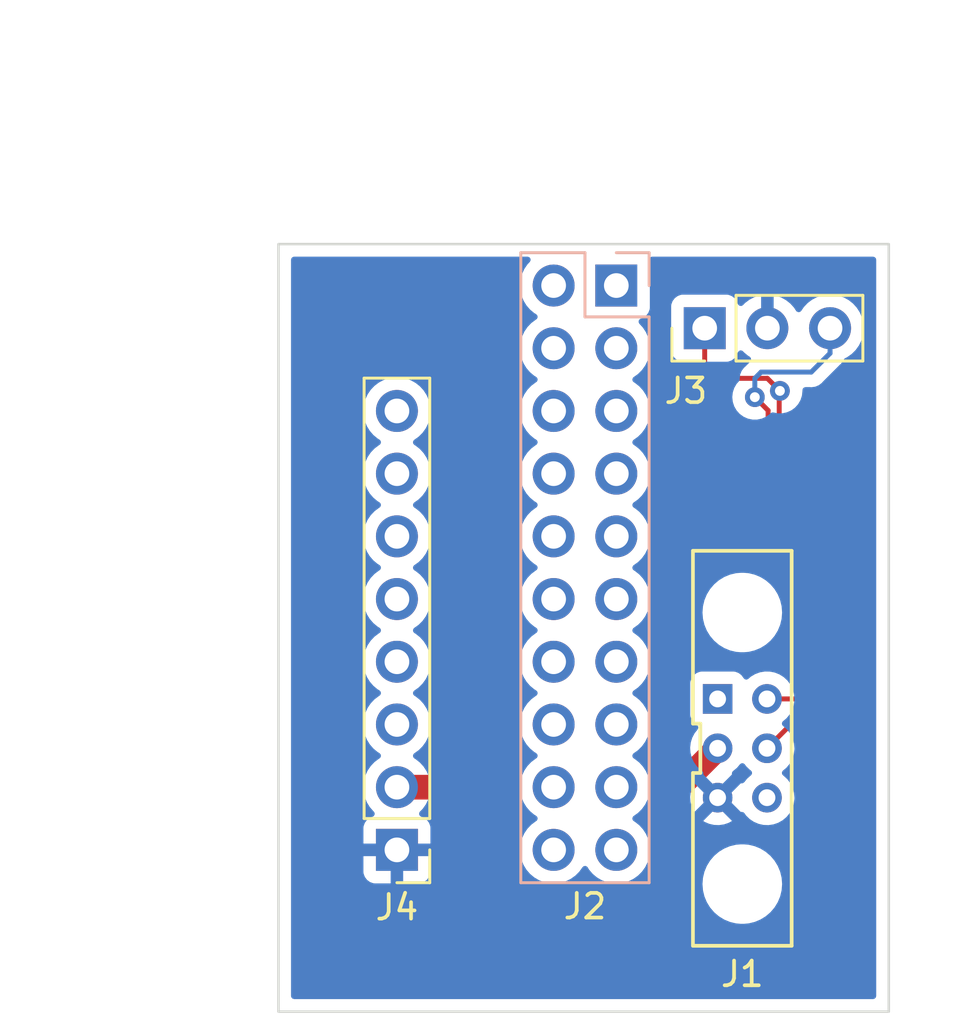
<source format=kicad_pcb>
(kicad_pcb (version 20211014) (generator pcbnew)
  (layers (0 "F.Cu" signal) (31 "B.Cu" signal) (34 "B.Paste" user) (35 "F.Paste" user) (36 "B.SilkS" user "B.Silkscreen") (37 "F.SilkS" user "F.Silkscreen") (38 "B.Mask" user) (39 "F.Mask" user) (44 "Edge.Cuts" user))
  (net 0 "")
  (net 21 "GND")
  (net 22 "+5V")
  (net 30 "/CAN_PAYLOAD-")
  (net 31 "/CAN_PAYLOAD+")
  (footprint "Connector_PinHeader_2.54mm:PinHeader_1x08_P2.54mm_Vertical" (layer "F.Cu") (at 117.0686 94.5388 180)
    (fp_text reference "J4" (at 0 -2.33) (layer "F.SilkS"))
    (fp_text value "Conn_01x08_Male")
    (fp_line (start -1.33 19.11) (end 1.33 19.11) (layer "F.SilkS") (width 0.12))
    (fp_line (start -1.33 0) (end -1.33 -1.33) (layer "F.SilkS") (width 0.12))
    (fp_line (start -1.33 -1.33) (end 0 -1.33) (layer "F.SilkS") (width 0.12))
    (fp_line (start -1.33 1.27) (end -1.33 19.11) (layer "F.SilkS") (width 0.12))
    (fp_line (start 1.33 1.27) (end 1.33 19.11) (layer "F.SilkS") (width 0.12))
    (fp_line (start -1.33 1.27) (end 1.33 1.27) (layer "F.SilkS") (width 0.12))
    (pad "1" thru_hole rect (at 0 0 180) (size 1.7 1.7) (drill 1) (layers *.Cu *.Mask) (net 21 "GND"))
    (pad "2" thru_hole oval (at 0 2.54 180) (size 1.7 1.7) (drill 1) (layers *.Cu *.Mask) (net 22 "+5V"))
    (pad "3" thru_hole oval (at 0 5.08 180) (size 1.7 1.7) (drill 1) (layers *.Cu *.Mask))
    (pad "4" thru_hole oval (at 0 7.62 180) (size 1.7 1.7) (drill 1) (layers *.Cu *.Mask))
    (pad "5" thru_hole oval (at 0 10.16 180) (size 1.7 1.7) (drill 1) (layers *.Cu *.Mask))
    (pad "6" thru_hole oval (at 0 12.7 180) (size 1.7 1.7) (drill 1) (layers *.Cu *.Mask))
    (pad "7" thru_hole oval (at 0 15.24 180) (size 1.7 1.7) (drill 1) (layers *.Cu *.Mask))
    (pad "8" thru_hole oval (at 0 17.78 180) (size 1.7 1.7) (drill 1) (layers *.Cu *.Mask))
  )
  (footprint "Connector_PinHeader_2.54mm:PinHeader_1x03_P2.54mm_Vertical" (layer "F.Cu") (at 129.54 73.406 90)
    (fp_text reference "J3" (at -2.54 -0.762 180) (layer "F.SilkS"))
    (fp_text value "Conn_01x03_Male")
    (fp_line (start -1.33 0) (end -1.33 -1.33) (layer "F.SilkS") (width 0.12))
    (fp_line (start -1.33 1.27) (end -1.33 6.41) (layer "F.SilkS") (width 0.12))
    (fp_line (start 1.33 1.27) (end 1.33 6.41) (layer "F.SilkS") (width 0.12))
    (fp_line (start -1.33 1.27) (end 1.33 1.27) (layer "F.SilkS") (width 0.12))
    (fp_line (start -1.33 -1.33) (end 0 -1.33) (layer "F.SilkS") (width 0.12))
    (fp_line (start -1.33 6.41) (end 1.33 6.41) (layer "F.SilkS") (width 0.12))
    (pad "1" thru_hole rect (at 0 0 90) (size 1.7 1.7) (drill 1) (layers *.Cu *.Mask) (net 30 "/CAN_PAYLOAD-"))
    (pad "2" thru_hole oval (at 0 2.54 90) (size 1.7 1.7) (drill 1) (layers *.Cu *.Mask) (net 21 "GND"))
    (pad "3" thru_hole oval (at 0 5.08 90) (size 1.7 1.7) (drill 1) (layers *.Cu *.Mask) (net 31 "/CAN_PAYLOAD+"))
  )
  (footprint "Dev_Board_Adpater:connector_Harwin_M80-5000642" (layer "F.Cu") (at 131.064 90.424 -90)
    (fp_text reference "J1" (at 9.144 0 180) (layer "F.SilkS"))
    (fp_text value "HARWIN_KALMAN")
    (fp_line (start -1 1.7) (end 1 1.7) (layer "F.SilkS") (width 0.15))
    (fp_line (start -1 2) (end -1 1.7) (layer "F.SilkS") (width 0.15))
    (fp_line (start -8 -2) (end -8 2) (layer "F.SilkS") (width 0.15))
    (fp_line (start 1 1.7) (end 1 2) (layer "F.SilkS") (width 0.15))
    (fp_line (start -8 2) (end -1 2) (layer "F.SilkS") (width 0.15))
    (fp_line (start 1 2) (end 8 2) (layer "F.SilkS") (width 0.15))
    (fp_line (start 8 -2) (end -8 -2) (layer "F.SilkS") (width 0.15))
    (fp_line (start 8 2) (end 8 -2) (layer "F.SilkS") (width 0.15))
    (pad "" np_thru_hole circle locked (at 5.5 0 270) (size 2.2 2.2) (drill 2.2) (layers *.Cu *.Mask))
    (pad "" np_thru_hole circle locked (at -5.5 0 270) (size 2.2 2.2) (drill 2.2) (layers *.Cu *.Mask))
    (pad "1" thru_hole rect locked (at -2 1 270) (size 1.2 1.2) (drill 0.68) (layers *.Cu *.Mask))
    (pad "2" thru_hole circle locked (at 0 1 270) (size 1.2 1.2) (drill 0.68) (layers *.Cu *.Mask) (net 22 "+5V"))
    (pad "3" thru_hole circle locked (at 2 1 270) (size 1.2 1.2) (drill 0.68) (layers *.Cu *.Mask) (net 21 "GND"))
    (pad "4" thru_hole circle locked (at -2 -1 270) (size 1.2 1.2) (drill 0.68) (layers *.Cu *.Mask) (net 31 "/CAN_PAYLOAD+"))
    (pad "5" thru_hole circle locked (at 0 -1 270) (size 1.2 1.2) (drill 0.68) (layers *.Cu *.Mask) (net 30 "/CAN_PAYLOAD-"))
    (pad "6" thru_hole circle locked (at 2 -1 270) (size 1.2 1.2) (drill 0.68) (layers *.Cu *.Mask))
  )
  (footprint "Connector_PinHeader_2.54mm:PinHeader_2x10_P2.54mm_Vertical" (layer "B.Cu") (at 125.9586 71.6788 180)
    (fp_text reference "J2" (at 1.27 -25.146) (layer "F.SilkS"))
    (fp_text value "Conn_02x10_Odd_Even")
    (fp_line (start -1.33 1.33) (end 0 1.33) (layer "B.SilkS") (width 0.12))
    (fp_line (start -1.33 0) (end -1.33 1.33) (layer "B.SilkS") (width 0.12))
    (fp_line (start 1.27 1.33) (end 3.87 1.33) (layer "B.SilkS") (width 0.12))
    (fp_line (start -1.33 -24.19) (end 3.87 -24.19) (layer "B.SilkS") (width 0.12))
    (fp_line (start -1.33 -1.27) (end 1.27 -1.27) (layer "B.SilkS") (width 0.12))
    (fp_line (start 3.87 1.33) (end 3.87 -24.19) (layer "B.SilkS") (width 0.12))
    (fp_line (start 1.27 -1.27) (end 1.27 1.33) (layer "B.SilkS") (width 0.12))
    (fp_line (start -1.33 -1.27) (end -1.33 -24.19) (layer "B.SilkS") (width 0.12))
    (pad "1" thru_hole rect (at 0 0 180) (size 1.7 1.7) (drill 1) (layers *.Cu *.Mask))
    (pad "2" thru_hole oval (at 2.54 0 180) (size 1.7 1.7) (drill 1) (layers *.Cu *.Mask))
    (pad "3" thru_hole oval (at 0 -2.54 180) (size 1.7 1.7) (drill 1) (layers *.Cu *.Mask))
    (pad "4" thru_hole oval (at 2.54 -2.54 180) (size 1.7 1.7) (drill 1) (layers *.Cu *.Mask))
    (pad "5" thru_hole oval (at 0 -5.08 180) (size 1.7 1.7) (drill 1) (layers *.Cu *.Mask))
    (pad "6" thru_hole oval (at 2.54 -5.08 180) (size 1.7 1.7) (drill 1) (layers *.Cu *.Mask))
    (pad "7" thru_hole oval (at 0 -7.62 180) (size 1.7 1.7) (drill 1) (layers *.Cu *.Mask))
    (pad "8" thru_hole oval (at 2.54 -7.62 180) (size 1.7 1.7) (drill 1) (layers *.Cu *.Mask))
    (pad "9" thru_hole oval (at 0 -10.16 180) (size 1.7 1.7) (drill 1) (layers *.Cu *.Mask))
    (pad "10" thru_hole oval (at 2.54 -10.16 180) (size 1.7 1.7) (drill 1) (layers *.Cu *.Mask))
    (pad "11" thru_hole oval (at 0 -12.7 180) (size 1.7 1.7) (drill 1) (layers *.Cu *.Mask))
    (pad "12" thru_hole oval (at 2.54 -12.7 180) (size 1.7 1.7) (drill 1) (layers *.Cu *.Mask))
    (pad "13" thru_hole oval (at 0 -15.24 180) (size 1.7 1.7) (drill 1) (layers *.Cu *.Mask))
    (pad "14" thru_hole oval (at 2.54 -15.24 180) (size 1.7 1.7) (drill 1) (layers *.Cu *.Mask))
    (pad "15" thru_hole oval (at 0 -17.78 180) (size 1.7 1.7) (drill 1) (layers *.Cu *.Mask))
    (pad "16" thru_hole oval (at 2.54 -17.78 180) (size 1.7 1.7) (drill 1) (layers *.Cu *.Mask))
    (pad "17" thru_hole oval (at 0 -20.32 180) (size 1.7 1.7) (drill 1) (layers *.Cu *.Mask))
    (pad "18" thru_hole oval (at 2.54 -20.32 180) (size 1.7 1.7) (drill 1) (layers *.Cu *.Mask))
    (pad "19" thru_hole oval (at 0 -22.86 180) (size 1.7 1.7) (drill 1) (layers *.Cu *.Mask))
    (pad "20" thru_hole oval (at 2.54 -22.86 180) (size 1.7 1.7) (drill 1) (layers *.Cu *.Mask))
  )
  (gr_rect (start 112.268 70) (end 137 101.092) (layer "Edge.Cuts") (width 0.1) (fill none))
  (segment (start 128.27 97.536) (end 128.27 92.218) (width 1) (layer "F.Cu") (net 22))
  (segment (start 127.508 98.298) (end 128.27 97.536) (width 1) (layer "F.Cu") (net 22))
  (segment (start 120.396 92.964) (end 120.396 97.79) (width 1) (layer "F.Cu") (net 22))
  (segment (start 117.0686 91.9988) (end 119.4308 91.9988) (width 1) (layer "F.Cu") (net 22))
  (segment (start 128.27 92.218) (end 130.064 90.424) (width 1) (layer "F.Cu") (net 22))
  (segment (start 119.4308 91.9988) (end 120.396 92.964) (width 1) (layer "F.Cu") (net 22))
  (segment (start 120.904 98.298) (end 127.508 98.298) (width 1) (layer "F.Cu") (net 22))
  (segment (start 120.396 97.79) (end 120.904 98.298) (width 1) (layer "F.Cu") (net 22))
  (segment (start 134.845 87.643) (end 134.845 79.6628) (width 0.2) (layer "F.Cu") (net 30))
  (segment (start 132.559 75.975) (end 132.588 75.946) (width 0.2) (layer "F.Cu") (net 30))
  (segment (start 129.54 74.93) (end 129.54 73.406) (width 0.2) (layer "F.Cu") (net 30))
  (segment (start 130.048 75.438) (end 129.54 74.93) (width 0.2) (layer "F.Cu") (net 30))
  (segment (start 134.845 79.6628) (end 132.559 77.3768) (width 0.2) (layer "F.Cu") (net 30))
  (segment (start 132.064 90.424) (end 134.845 87.643) (width 0.2) (layer "F.Cu") (net 30))
  (segment (start 132.588 75.946) (end 132.08 75.438) (width 0.2) (layer "F.Cu") (net 30))
  (segment (start 132.559 77.3768) (end 132.559 75.975) (width 0.2) (layer "F.Cu") (net 30))
  (segment (start 132.08 75.438) (end 130.048 75.438) (width 0.2) (layer "F.Cu") (net 30))
  (via (at 132.588 75.946) (size 0.8) (drill 0.4) (layers "F.Cu" "B.Cu") (net 30))
  (segment (start 132.064 88.424) (end 133.427603 88.424) (width 0.2) (layer "F.Cu") (net 31))
  (segment (start 134.395 87.456603) (end 134.395 79.8492) (width 0.2) (layer "F.Cu") (net 31))
  (segment (start 132.109 76.737) (end 131.572 76.2) (width 0.2) (layer "F.Cu") (net 31))
  (segment (start 132.109 77.5632) (end 132.109 76.737) (width 0.2) (layer "F.Cu") (net 31))
  (segment (start 134.395 79.8492) (end 132.109 77.5632) (width 0.2) (layer "F.Cu") (net 31))
  (segment (start 133.427603 88.424) (end 134.395 87.456603) (width 0.2) (layer "F.Cu") (net 31))
  (via (at 131.572 76.2) (size 0.8) (drill 0.4) (layers "F.Cu" "B.Cu") (net 31))
  (segment (start 133.858 75.184) (end 134.62 74.422) (width 0.2) (layer "B.Cu") (net 31))
  (segment (start 131.572 76.2) (end 131.572 75.438) (width 0.2) (layer "B.Cu") (net 31))
  (segment (start 134.62 74.422) (end 134.62 73.406) (width 0.2) (layer "B.Cu") (net 31))
  (segment (start 131.826 75.184) (end 133.858 75.184) (width 0.2) (layer "B.Cu") (net 31))
  (segment (start 131.572 75.438) (end 131.826 75.184) (width 0.2) (layer "B.Cu") (net 31))
  (zone (net 21) (net_name "GND") (layer "B.Cu") (connect_pads (clearance 0.508)) (min_thickness 0.254) (fill yes (thermal_gap 0.508) (thermal_bridge_width 0.508))
    (polygon (pts (xy 137.668 101.6) (xy 111.76 101.6) (xy 111.76 69.088) (xy 137.668 69.342)))
  )
)
</source>
